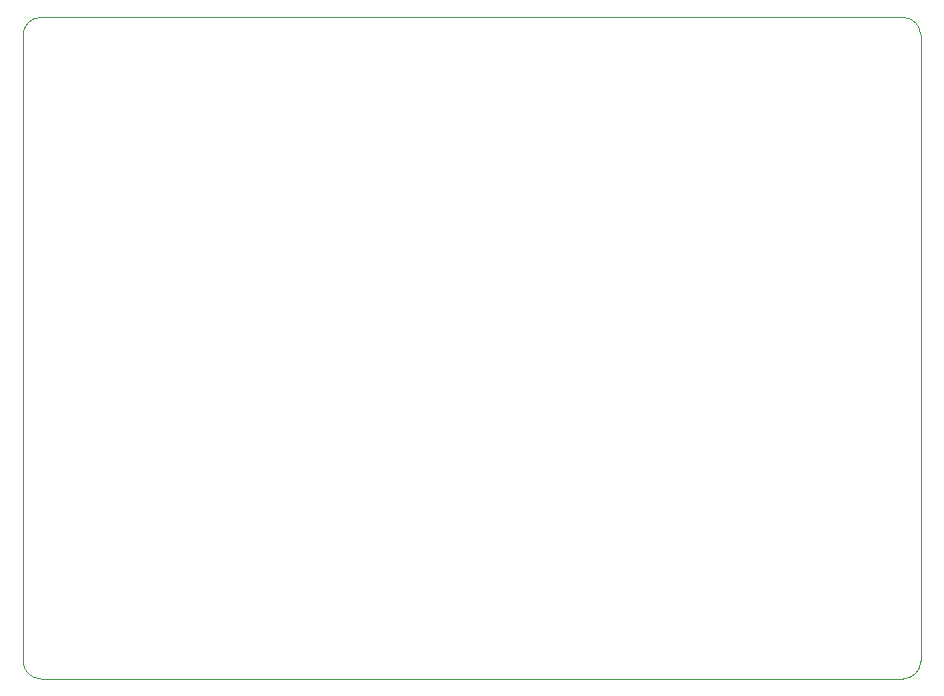
<source format=gbr>
%TF.GenerationSoftware,KiCad,Pcbnew,(6.0.7)*%
%TF.CreationDate,2022-10-06T11:11:12-05:00*%
%TF.ProjectId,ScareBanger_PCB,53636172-6542-4616-9e67-65725f504342,rev?*%
%TF.SameCoordinates,Original*%
%TF.FileFunction,Profile,NP*%
%FSLAX46Y46*%
G04 Gerber Fmt 4.6, Leading zero omitted, Abs format (unit mm)*
G04 Created by KiCad (PCBNEW (6.0.7)) date 2022-10-06 11:11:12*
%MOMM*%
%LPD*%
G01*
G04 APERTURE LIST*
%TA.AperFunction,Profile*%
%ADD10C,0.100000*%
%TD*%
G04 APERTURE END LIST*
D10*
X177000000Y-87500000D02*
G75*
G03*
X175500000Y-86000000I-1500000J0D01*
G01*
X101000000Y-140500000D02*
G75*
G03*
X102500000Y-142000000I1500000J0D01*
G01*
X175500000Y-142000000D02*
X102500000Y-142000000D01*
X101000000Y-140500000D02*
X101000000Y-87500000D01*
X102500000Y-86000000D02*
X175500000Y-86000000D01*
X102500000Y-86000000D02*
G75*
G03*
X101000000Y-87500000I0J-1500000D01*
G01*
X175500000Y-142000000D02*
G75*
G03*
X177000000Y-140500000I0J1500000D01*
G01*
X177000000Y-87500000D02*
X177000000Y-140500000D01*
M02*

</source>
